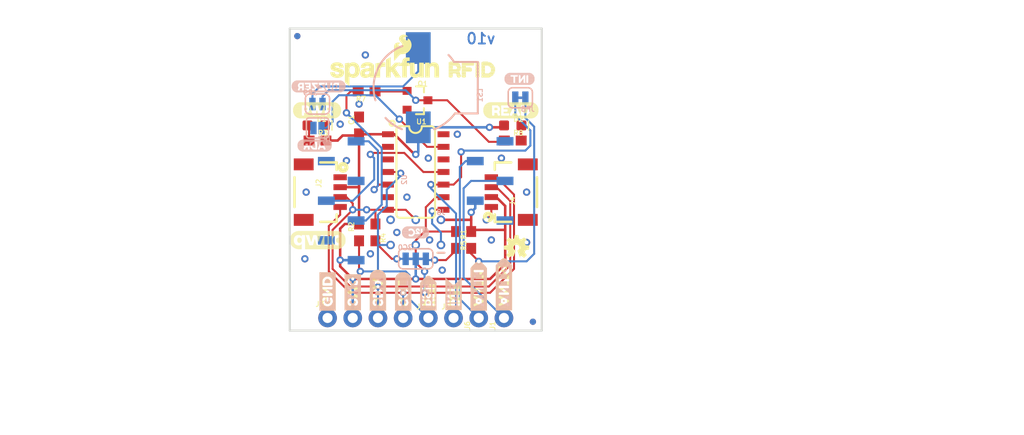
<source format=kicad_pcb>
(kicad_pcb (version 20211014) (generator pcbnew)
  (layers (0 "F.Cu" signal) (31 "B.Cu" signal) (34 "B.Paste" user) (35 "F.Paste" user) (36 "B.SilkS" user "B.Silkscreen") (37 "F.SilkS" user "F.Silkscreen") (38 "B.Mask" user) (39 "F.Mask" user) (44 "Edge.Cuts" user))
  (net 0 "")
  (net 1 "3.3V")
  (net 2 "GND")
  (net 3 "~{INT}")
  (net 4 "N$1")
  (net 5 "N$3")
  (net 6 "N$6")
  (net 7 "ANT1")
  (net 8 "ANT2")
  (net 9 "MISO")
  (net 10 "SCL/SCK")
  (net 11 "SDA/MOSI")
  (net 12 "~{RST}")
  (net 13 "N$2")
  (net 14 "N$4")
  (net 15 "DATA_UART")
  (net 16 "TAG_IN_RANGE")
  (net 17 "N$7")
  (net 18 "LED_BUZZ")
  (net 19 "N$8")
  (net 20 "N$5")
  (net 21 "N$9")
  (footprint "boardEagle:ANT10" (layer "F.Cu") (at 154.8511 118.7196 90)
    (fp_text reference "U$16" hide)
    (fp_text value "" hide)
  )
  (footprint "boardEagle:RFID0" (layer "F.Cu") (at 150.3807 93.9038)
    (fp_text reference "U$8" hide)
    (fp_text value "" hide)
  )
  (footprint "boardEagle:STAND-OFF" (layer "F.Cu") (at 158.6611 92.3036)
    (fp_text reference "JP4" hide)
    (fp_text value "STAND-OFF" hide)
    (pad "" np_thru_hole circle (at 0 0) (size 3.302 3.302) (drill 3.302) (layers *.Cu *.Mask))
  )
  (footprint "boardEagle:0603" (layer "F.Cu") (at 142.7861 99.5426 90)
    (fp_text reference "C1" (at 0 -0.762 90) (layer "F.SilkS") (effects (font (size 0.512064 0.512064) (thickness 0.097536)) (justify left)))
    (fp_text value "0.1uF")
    (pad "1" smd rect (at -0.85 0 90) (size 1.1 1) (layers "F.Cu" "F.Paste" "F.Mask") (net 1 "3.3V"))
    (pad "2" smd rect (at 0.85 0 90) (size 1.1 1) (layers "F.Cu" "F.Paste" "F.Mask") (net 2 "GND"))
  )
  (footprint "boardEagle:0603" (layer "F.Cu") (at 154.0891 111.0996 90)
    (fp_text reference "R1" (at 0 -0.762 90) (layer "F.SilkS") (effects (font (size 0.512064 0.512064) (thickness 0.097536)) (justify left)))
    (fp_text value "10k")
    (pad "1" smd rect (at -0.85 0 90) (size 1.1 1) (layers "F.Cu" "F.Paste" "F.Mask") (net 14 "N$4"))
    (pad "2" smd rect (at 0.85 0 90) (size 1.1 1) (layers "F.Cu" "F.Paste" "F.Mask") (net 1 "3.3V"))
  )
  (footprint "boardEagle:SO14" (layer "F.Cu") (at 148.5011 103.6066 -90)
    (fp_text reference "U1" (at -4.445 0) (layer "F.SilkS") (effects (font (size 0.512064 0.512064) (thickness 0.097536)) (justify left)))
    (fp_text value "ATTINY84-ARDUINO")
    (pad "1" smd rect (at -3.175 2.8 270) (size 0.6 1.2) (layers "F.Cu" "F.Paste" "F.Mask") (net 1 "3.3V"))
    (pad "2" smd rect (at -1.905 2.8 270) (size 0.6 1.2) (layers "F.Cu" "F.Paste" "F.Mask"))
    (pad "3" smd rect (at -0.635 2.8 270) (size 0.6 1.2) (layers "F.Cu" "F.Paste" "F.Mask"))
    (pad "4" smd rect (at 0.635 2.8 270) (size 0.6 1.2) (layers "F.Cu" "F.Paste" "F.Mask") (net 12 "~{RST}"))
    (pad "5" smd rect (at 1.905 2.8 270) (size 0.6 1.2) (layers "F.Cu" "F.Paste" "F.Mask") (net 16 "TAG_IN_RANGE"))
    (pad "6" smd rect (at 3.175 2.8 270) (size 0.6 1.2) (layers "F.Cu" "F.Paste" "F.Mask"))
    (pad "7" smd rect (at 4.445 2.8 270) (size 0.6 1.2) (layers "F.Cu" "F.Paste" "F.Mask") (net 11 "SDA/MOSI"))
    (pad "8" smd rect (at 4.445 -2.8 270) (size 0.6 1.2) (layers "F.Cu" "F.Paste" "F.Mask") (net 9 "MISO"))
    (pad "9" smd rect (at 3.175 -2.8 270) (size 0.6 1.2) (layers "F.Cu" "F.Paste" "F.Mask") (net 10 "SCL/SCK"))
    (pad "10" smd rect (at 1.905 -2.8 270) (size 0.6 1.2) (layers "F.Cu" "F.Paste" "F.Mask") (net 3 "~{INT}"))
    (pad "11" smd rect (at 0.635 -2.8 270) (size 0.6 1.2) (layers "F.Cu" "F.Paste" "F.Mask") (net 15 "DATA_UART"))
    (pad "12" smd rect (at -0.635 -2.8 270) (size 0.6 1.2) (layers "F.Cu" "F.Paste" "F.Mask"))
    (pad "13" smd rect (at -1.905 -2.8 270) (size 0.6 1.2) (layers "F.Cu" "F.Paste" "F.Mask") (net 6 "N$6"))
    (pad "14" smd rect (at -3.175 -2.8 270) (size 0.6 1.2) (layers "F.Cu" "F.Paste" "F.Mask") (net 2 "GND"))
  )
  (footprint "boardEagle:1X01_NO_SILK" (layer "F.Cu") (at 149.7711 118.9736)
    (fp_text reference "J7" (at -1.27 -1.143) (layer "F.SilkS") (effects (font (size 0.512064 0.512064) (thickness 0.097536)) (justify left)))
    (fp_text value "")
    (pad "1" thru_hole circle (at 0 0 90) (size 1.8796 1.8796) (drill 1.016) (layers *.Cu *.Mask) (net 12 "~{RST}"))
  )
  (footprint "boardEagle:GND-04" (layer "F.Cu") (at 139.6111 118.7196 90)
    (fp_text reference "U$9" hide)
    (fp_text value "" hide)
  )
  (footprint "boardEagle:1X01_NO_SILK" (layer "F.Cu") (at 157.3911 118.9736 90)
    (fp_text reference "J1" (at -1.27 -1.143 90) (layer "F.SilkS") (effects (font (size 0.512064 0.512064) (thickness 0.097536)) (justify left)))
    (fp_text value "")
    (pad "1" thru_hole circle (at 0 0 180) (size 1.8796 1.8796) (drill 1.016) (layers *.Cu *.Mask) (net 7 "ANT1"))
  )
  (footprint "boardEagle:1X04_1MM_RA" (layer "F.Cu") (at 140.8811 106.2736 -90)
    (fp_text reference "J2" (at -1.397 2.159 90) (layer "F.SilkS") (effects (font (size 0.512064 0.512064) (thickness 0.097536)) (justify right)))
    (fp_text value "")
    (pad "1" smd rect (at -1.5 0 270) (size 0.6 1.35) (layers "F.Cu" "F.Paste" "F.Mask") (net 2 "GND"))
    (pad "2" smd rect (at -0.5 0 270) (size 0.6 1.35) (layers "F.Cu" "F.Paste" "F.Mask") (net 1 "3.3V"))
    (pad "3" smd rect (at 0.5 0 270) (size 0.6 1.35) (layers "F.Cu" "F.Paste" "F.Mask") (net 11 "SDA/MOSI"))
    (pad "4" smd rect (at 1.5 0 270) (size 0.6 1.35) (layers "F.Cu" "F.Paste" "F.Mask") (net 10 "SCL/SCK"))
    (pad "NC1" smd rect (at 2.8 3.675 270) (size 1.2 2) (layers "F.Cu" "F.Paste" "F.Mask"))
    (pad "NC2" smd rect (at -2.8 3.675 270) (size 1.2 2) (layers "F.Cu" "F.Paste" "F.Mask"))
  )
  (footprint "boardEagle:QWIIC_COPYRIGHT_SMALL" (layer "F.Cu") (at 138.5951 111.0996)
    (fp_text reference "U$1" hide)
    (fp_text value "" hide)
  )
  (footprint "boardEagle:0603" (layer "F.Cu") (at 143.5481 96.1136 180)
    (fp_text reference "R7" (at 0 -0.762) (layer "F.SilkS") (effects (font (size 0.512064 0.512064) (thickness 0.097536)) (justify right)))
    (fp_text value "1k")
    (pad "1" smd rect (at -0.85 0 180) (size 1.1 1) (layers "F.Cu" "F.Paste" "F.Mask") (net 17 "N$7"))
    (pad "2" smd rect (at 0.85 0 180) (size 1.1 1) (layers "F.Cu" "F.Paste" "F.Mask") (net 18 "LED_BUZZ"))
  )
  (footprint "boardEagle:1X04_1MM_RA" (layer "F.Cu") (at 156.1211 106.2736 90)
    (fp_text reference "J4" (at -1.397 2.159 90) (layer "F.SilkS") (effects (font (size 0.512064 0.512064) (thickness 0.097536)) (justify left)))
    (fp_text value "")
    (pad "1" smd rect (at -1.5 0 90) (size 0.6 1.35) (layers "F.Cu" "F.Paste" "F.Mask") (net 2 "GND"))
    (pad "2" smd rect (at -0.5 0 90) (size 0.6 1.35) (layers "F.Cu" "F.Paste" "F.Mask") (net 1 "3.3V"))
    (pad "3" smd rect (at 0.5 0 90) (size 0.6 1.35) (layers "F.Cu" "F.Paste" "F.Mask") (net 11 "SDA/MOSI"))
    (pad "4" smd rect (at 1.5 0 90) (size 0.6 1.35) (layers "F.Cu" "F.Paste" "F.Mask") (net 10 "SCL/SCK"))
    (pad "NC1" smd rect (at 2.8 3.675 90) (size 1.2 2) (layers "F.Cu" "F.Paste" "F.Mask"))
    (pad "NC2" smd rect (at -2.8 3.675 90) (size 1.2 2) (layers "F.Cu" "F.Paste" "F.Mask"))
  )
  (footprint "boardEagle:ANT20" (layer "F.Cu") (at 157.3911 118.7196 90)
    (fp_text reference "U$17" hide)
    (fp_text value "" hide)
  )
  (footprint "boardEagle:0603" (layer "F.Cu") (at 144.4371 110.3376 -90)
    (fp_text reference "R4" (at 0 -0.762 90) (layer "F.SilkS") (effects (font (size 0.512064 0.512064) (thickness 0.097536)) (justify right)))
    (fp_text value "2.2k")
    (pad "1" smd rect (at -0.85 0 270) (size 1.1 1) (layers "F.Cu" "F.Paste" "F.Mask") (net 11 "SDA/MOSI"))
    (pad "2" smd rect (at 0.85 0 270) (size 1.1 1) (layers "F.Cu" "F.Paste" "F.Mask") (net 13 "N$2"))
  )
  (footprint "boardEagle:MICRO-FIDUCIAL" (layer "F.Cu") (at 160.3121 119.3546)
    (fp_text reference "JP2" hide)
    (fp_text value "FIDUCIALUFIDUCIAL" hide)
    (pad "1" smd roundrect (at 0 0) (size 0.635 0.635) (layers "F.Cu" "F.Mask") (roundrect_rratio 0.5))
  )
  (footprint "boardEagle:0603" (layer "F.Cu") (at 142.7861 110.3376 90)
    (fp_text reference "R2" (at 0 -0.762 90) (layer "F.SilkS") (effects (font (size 0.512064 0.512064) (thickness 0.097536)) (justify left)))
    (fp_text value "10k")
    (pad "1" smd rect (at -0.85 0 90) (size 1.1 1) (layers "F.Cu" "F.Paste" "F.Mask") (net 12 "~{RST}"))
    (pad "2" smd rect (at 0.85 0 90) (size 1.1 1) (layers "F.Cu" "F.Paste" "F.Mask") (net 1 "3.3V"))
  )
  (footprint "boardEagle:1X04_NO_SILK" (layer "F.Cu") (at 139.6111 118.9736)
    (fp_text reference "J3" (at -1.27 -1.397) (layer "F.SilkS") (effects (font (size 0.512064 0.512064) (thickness 0.097536)) (justify left)))
    (fp_text value "PTH")
    (pad "1" thru_hole circle (at 0 0 90) (size 1.8796 1.8796) (drill 1.016) (layers *.Cu *.Mask) (net 2 "GND"))
    (pad "2" thru_hole circle (at 2.54 0 90) (size 1.8796 1.8796) (drill 1.016) (layers *.Cu *.Mask) (net 1 "3.3V"))
    (pad "3" thru_hole circle (at 5.08 0 90) (size 1.8796 1.8796) (drill 1.016) (layers *.Cu *.Mask) (net 11 "SDA/MOSI"))
    (pad "4" thru_hole circle (at 7.62 0 90) (size 1.8796 1.8796) (drill 1.016) (layers *.Cu *.Mask) (net 10 "SCL/SCK"))
  )
  (footprint "boardEagle:STAND-OFF" (layer "F.Cu") (at 138.3411 92.3036)
    (fp_text reference "JP3" hide)
    (fp_text value "STAND-OFF" hide)
    (pad "" np_thru_hole circle (at 0 0) (size 3.302 3.302) (drill 3.302) (layers *.Cu *.Mask))
  )
  (footprint "boardEagle:CREATIVE_COMMONS" (layer "F.Cu") (at 126.9111 130.4036)
    (fp_text reference "FRAME1" hide)
    (fp_text value "FRAME-LETTER" hide)
  )
  (footprint "boardEagle:MICRO-FIDUCIAL" (layer "F.Cu") (at 136.5631 90.5256)
    (fp_text reference "JP6" hide)
    (fp_text value "FIDUCIALUFIDUCIAL" hide)
    (pad "1" smd roundrect (at 0 0) (size 0.635 0.635) (layers "F.Cu" "F.Mask") (roundrect_rratio 0.5))
  )
  (footprint "boardEagle:1X01_NO_SILK" (layer "F.Cu") (at 152.3111 118.9736)
    (fp_text reference "J5" (at -1.27 -1.143) (layer "F.SilkS") (effects (font (size 0.512064 0.512064) (thickness 0.097536)) (justify left)))
    (fp_text value "")
    (pad "1" thru_hole circle (at 0 0 90) (size 1.8796 1.8796) (drill 1.016) (layers *.Cu *.Mask) (net 3 "~{INT}"))
  )
  (footprint "boardEagle:OSHW-LOGO-MINI" (layer "F.Cu") (at 158.6611 111.8616)
    (fp_text reference "LOGO1" hide)
    (fp_text value "OSHW-LOGOMINI" hide)
  )
  (footprint "boardEagle:LED-0603" (layer "F.Cu") (at 138.4681 99.5426)
    (fp_text reference "D1" (at 0 -0.635) (layer "F.SilkS") (effects (font (size 0.512064 0.512064) (thickness 0.097536)) (justify left)))
    (fp_text value "RED")
    (pad "A" smd roundrect (at -0.877 0 270) (size 1 1) (layers "F.Cu" "F.Paste" "F.Mask") (roundrect_rratio 0.15) (net 5 "N$3"))
    (pad "C" smd roundrect (at 0.877 0 270) (size 1 1) (layers "F.Cu" "F.Paste" "F.Mask") (roundrect_rratio 0.15) (net 2 "GND"))
  )
  (footprint "boardEagle:0603" (layer "F.Cu") (at 152.5651 111.0996 -90)
    (fp_text reference "R5" (at 0 -0.762 90) (layer "F.SilkS") (effects (font (size 0.512064 0.512064) (thickness 0.097536)) (justify right)))
    (fp_text value "2.2k")
    (pad "1" smd rect (at -0.85 0 270) (size 1.1 1) (layers "F.Cu" "F.Paste" "F.Mask") (net 10 "SCL/SCK"))
    (pad "2" smd rect (at 0.85 0 270) (size 1.1 1) (layers "F.Cu" "F.Paste" "F.Mask") (net 4 "N$1"))
  )
  (footprint "boardEagle:SOT23-3" (layer "F.Cu") (at 148.6281 97.0026 -90)
    (fp_text reference "Q1" (at -1.651 0) (layer "F.SilkS") (effects (font (size 0.512064 0.512064) (thickness 0.097536)) (justify left)))
    (fp_text value "600mA/40V")
    (pad "1" smd rect (at -0.95 1 270) (size 0.8 0.9) (layers "F.Cu" "F.Paste" "F.Mask") (net 17 "N$7"))
    (pad "2" smd rect (at 0.95 1 270) (size 0.8 0.9) (layers "F.Cu" "F.Paste" "F.Mask") (net 2 "GND"))
    (pad "3" smd rect (at 0 -1.1 270) (size 0.8 0.9) (layers "F.Cu" "F.Paste" "F.Mask") (net 19 "N$8"))
  )
  (footprint "boardEagle:LED-0603" (layer "F.Cu") (at 158.2801 99.5426)
    (fp_text reference "D2" (at 0 -0.635) (layer "F.SilkS") (effects (font (size 0.512064 0.512064) (thickness 0.097536)) (justify left)))
    (fp_text value "BLUE")
    (pad "A" smd roundrect (at -0.877 0 270) (size 1 1) (layers "F.Cu" "F.Paste" "F.Mask") (roundrect_rratio 0.15) (net 1 "3.3V"))
    (pad "C" smd roundrect (at 0.877 0 270) (size 1 1) (layers "F.Cu" "F.Paste" "F.Mask") (roundrect_rratio 0.15) (net 20 "N$5"))
  )
  (footprint "boardEagle:SCL-[)" (layer "F.Cu") (at 147.2311 118.7196 90)
    (fp_text reference "U$7" hide)
    (fp_text value "" hide)
  )
  (footprint "boardEagle:1X01_NO_SILK" (layer "F.Cu") (at 154.8511 118.9736 90)
    (fp_text reference "J6" (at -1.27 -1.143 90) (layer "F.SilkS") (effects (font (size 0.512064 0.512064) (thickness 0.097536)) (justify left)))
    (fp_text value "")
    (pad "1" thru_hole circle (at 0 0 180) (size 1.8796 1.8796) (drill 1.016) (layers *.Cu *.Mask) (net 8 "ANT2"))
  )
  (footprint "boardEagle:RST#-[_" (layer "F.Cu") (at 149.7711 118.8466 90)
    (fp_text reference "U$5" hide)
    (fp_text value "" hide)
  )
  (footprint "boardEagle:0603" (layer "F.Cu") (at 138.5951 101.0666)
    (fp_text reference "R3" (at 0 -0.762) (layer "F.SilkS") (effects (font (size 0.512064 0.512064) (thickness 0.097536)) (justify left)))
    (fp_text value "1k")
    (pad "1" smd rect (at -0.85 0) (size 1.1 1) (layers "F.Cu" "F.Paste" "F.Mask") (net 5 "N$3"))
    (pad "2" smd rect (at 0.85 0) (size 1.1 1) (layers "F.Cu" "F.Paste" "F.Mask") (net 1 "3.3V"))
  )
  (footprint "boardEagle:3V3-04" (layer "F.Cu") (at 142.1511 118.7196 90)
    (fp_text reference "U$10" hide)
    (fp_text value "" hide)
  )
  (footprint "boardEagle:SFE_LOGO_NAME_FLAME_.1" (layer "F.Cu") (at 145.4531 94.0816)
    (fp_text reference "LOGO3" hide)
    (fp_text value "SFE_LOGO_NAME_FLAME.1_INCH" hide)
  )
  (footprint "boardEagle:PWR-()-04" (layer "F.Cu") (at 136.0551 98.0186)
    (fp_text reference "U$4" hide)
    (fp_text value "" hide)
  )
  (footprint "boardEagle:SDA-[)" (layer "F.Cu") (at 144.6911 118.7196 90)
    (fp_text reference "U$6" hide)
    (fp_text value "" hide)
  )
  (footprint "boardEagle:INT#-[_" (layer "F.Cu") (at 152.3111 118.8466 90)
    (fp_text reference "U$11" hide)
    (fp_text value "" hide)
  )
  (footprint "boardEagle:0603" (layer "F.Cu") (at 158.2801 101.0666)
    (fp_text reference "R8" (at 0 -0.762) (layer "F.SilkS") (effects (font (size 0.512064 0.512064) (thickness 0.097536)) (justify left)))
    (fp_text value "1k")
    (pad "1" smd rect (at -0.85 0) (size 1.1 1) (layers "F.Cu" "F.Paste" "F.Mask") (net 19 "N$8"))
    (pad "2" smd rect (at 0.85 0) (size 1.1 1) (layers "F.Cu" "F.Paste" "F.Mask") (net 20 "N$5"))
  )
  (footprint "boardEagle:READ0" (layer "F.Cu") (at 155.2321 98.0186)
    (fp_text reference "U$18" hide)
    (fp_text value "" hide)
  )
  (footprint "boardEagle:MICRO-FIDUCIAL" (layer "B.Cu") (at 160.3121 119.3546 180)
    (fp_text reference "JP5" hide)
    (fp_text value "FIDUCIALUFIDUCIAL" hide)
    (pad "1" smd roundrect (at 0 0 180) (size 0.635 0.635) (layers "B.Cu" "B.Mask") (roundrect_rratio 0.5))
  )
  (footprint "boardEagle:MICRO-FIDUCIAL" (layer "B.Cu") (at 136.5631 90.5256 180)
    (fp_text reference "JP1" hide)
    (fp_text value "FIDUCIALUFIDUCIAL" hide)
    (pad "1" smd roundrect (at 0 0 180) (size 0.635 0.635) (layers "B.Cu" "B.Mask") (roundrect_rratio 0.5))
  )
  (footprint "boardEagle:SCL-[)" (layer "B.Cu") (at 147.2311 118.7196 90)
    (fp_text reference "U$22" hide)
    (fp_text value "" hide)
  )
  (footprint "boardEagle:2X3_TEST_POINTS" (layer "B.Cu") (at 148.5011 110.3376 180)
    (fp_text reference "J8" (at -3.048 2.032) (layer "B.SilkS") (effects (font (size 0.512064 0.512064) (thickness 0.097536)) (justify left mirror)))
    (fp_text value "AVR_SPI_PROG_3X2TESTPOINTS")
    (pad "1" thru_hole circle (at -2.54 -1.27 180) (size 0.8636 0.8636) (drill 0.508) (layers *.Cu) (net 9 "MISO"))
    (pad "2" thru_hole circle (at -2.54 1.27 180) (size 0.8636 0.8636) (drill 0.508) (layers *.Cu) (net 1 "3.3V"))
    (pad "3" thru_hole circle (at 0 -1.27 180) (size 0.8636 0.8636) (drill 0.508) (layers *.Cu) (net 10 "SCL/SCK"))
    (pad "4" thru_hole circle (at 0 1.27 180) (size 0.8636 0.8636) (drill 0.508) (layers *.Cu) (net 11 "SDA/MOSI"))
    (pad "5" thru_hole circle (at 2.54 -1.27 180) (size 0.8636 0.8636) (drill 0.508) (layers *.Cu) (net 12 "~{RST}"))
    (pad "6" thru_hole circle (at 2.54 1.27 180) (size 0.8636 0.8636) (drill 0.508) (layers *.Cu) (net 2 "GND"))
  )
  (footprint "boardEagle:BUZZER-CCV" (layer "B.Cu") (at 148.7551 95.7326 -90)
    (fp_text reference "LS1" (at 0 -6.223 -270) (layer "B.SilkS") (effects (font (size 0.512064 0.512064) (thickness 0.097536)) (justify left mirror)))
    (fp_text value "BUZZER-SMD")
    (pad "" np_thru_hole circle (at 2.25 3.9 270) (size 0.8 0.8) (drill 0.8) (layers *.Cu *.Mask))
    (pad "" np_thru_hole circle (at -3.9 -2.25 270) (size 0.8 0.8) (drill 0.8) (layers *.Cu *.Mask))
    (pad "+" smd rect (at 4 0 270) (size 3.2 2.5) (layers "B.Cu" "B.Paste" "B.Mask") (net 1 "3.3V"))
    (pad "-" smd rect (at -4 0 270) (size 3.2 2.5) (layers "B.Cu" "B.Paste" "B.Mask") (net 21 "N$9"))
  )
  (footprint "boardEagle:INT0" (layer "B.Cu") (at 160.5661 94.8436 180)
    (fp_text reference "U$13" hide)
    (fp_text value "" hide)
  )
  (footprint "boardEagle:SMT-JUMPER_2_NC_TRACE_SILK" (layer "B.Cu") (at 159.0421 96.7486)
    (fp_text reference "JP8" (at 0 1.143) (layer "B.SilkS") (effects (font (size 0.512064 0.512064) (thickness 0.097536)) (justify right mirror)))
    (fp_text value "INT")
    (fp_poly (pts (xy -0.2032 -0.127) (xy 0.2032 -0.127) (xy 0.2032 0.127) (xy -0.2032 0.127)) (layer "B.Cu") (width 0) (fill solid))
    (pad "1" smd rect (at -0.508 0) (size 0.635 1.27) (layers "B.Cu" "B.Mask") (net 3 "~{INT}"))
    (pad "2" smd rect (at 0.508 0) (size 0.635 1.27) (layers "B.Cu" "B.Mask") (net 14 "N$4"))
  )
  (footprint "boardEagle:SDA-[)" (layer "B.Cu") (at 144.6911 118.7196 90)
    (fp_text reference "U$23" hide)
    (fp_text value "" hide)
  )
  (footprint "boardEagle:ADR0" (layer "B.Cu") (at 140.1191 101.5746 180)
    (fp_text reference "U$12" hide)
    (fp_text value "" hide)
  )
  (footprint "boardEagle:BUZZER0" (layer "B.Cu") (at 141.5161 95.6056 180)
    (fp_text reference "U$15" hide)
    (fp_text value "" hide)
  )
  (footprint "boardEagle:ANT10" (layer "B.Cu") (at 154.8511 118.7196 90)
    (fp_text reference "U$20" hide)
    (fp_text value "" hide)
  )
  (footprint "boardEagle:I_SUPER2_C-()-03" (layer "B.Cu") (at 149.8981 110.3376 180)
    (fp_text reference "U$2" hide)
    (fp_text value "" hide)
  )
  (footprint "boardEagle:SMT-JUMPER_2_NC_TRACE_SILK" (layer "B.Cu") (at 138.5951 97.3836 180)
    (fp_text reference "JP9" (at 0 1.143) (layer "B.SilkS") (effects (font (size 0.512064 0.512064) (thickness 0.097536)) (justify left mirror)))
    (fp_text value "BUZZ")
    (fp_poly (pts (xy -0.2032 -0.127) (xy 0.2032 -0.127) (xy 0.2032 0.127) (xy -0.2032 0.127)) (layer "B.Cu") (width 0) (fill solid))
    (pad "1" smd rect (at -0.508 0 180) (size 0.635 1.27) (layers "B.Cu" "B.Mask") (net 19 "N$8"))
    (pad "2" smd rect (at 0.508 0 180) (size 0.635 1.27) (layers "B.Cu" "B.Mask") (net 21 "N$9"))
  )
  (footprint "boardEagle:ID-12_SMD" (layer "B.Cu") (at 148.5011 106.1466 -90)
    (fp_text reference "U2" (at -0.555 1.1614 -270) (layer "B.SilkS") (effects (font (size 0.512064 0.512064) (thickness 0.097536)) (justify right mirror)))
    (fp_text value "ID-12/20SMD")
    (pad "1" smd rect (at 2.9934 -8.9982 270) (size 0.85 1.7) (layers "B.Cu" "B.Paste" "B.Mask") (net 2 "GND"))
    (pad "2" smd rect (at 0.9934 -5.9982 270) (size 0.85 1.7) (layers "B.Cu" "B.Paste" "B.Mask") (net 1 "3.3V"))
    (pad "3" smd rect (at -1.0066 -8.9982 270) (size 0.85 1.7) (layers "B.Cu" "B.Paste" "B.Mask") (net 7 "ANT1"))
    (pad "4" smd rect (at -3.0066 -5.9982 270) (size 0.85 1.7) (layers "B.Cu" "B.Paste" "B.Mask") (net 8 "ANT2"))
    (pad "5" smd rect (at -5.0066 -8.9982 270) (size 0.85 1.7) (layers "B.Cu" "B.Paste" "B.Mask"))
    (pad "6" smd rect (at -5.0066 6.0132 270) (size 0.85 1.7) (layers "B.Cu" "B.Paste" "B.Mask") (net 16 "TAG_IN_RANGE"))
    (pad "7" smd rect (at -3.0066 9.0132 270) (size 0.85 1.7) (layers "B.Cu" "B.Paste" "B.Mask") (net 2 "GND"))
    (pad "8" smd rect (at -1.0066 6.0132 270) (size 0.85 1.7) (layers "B.Cu" "B.Paste" "B.Mask"))
    (pad "9" smd rect (at 0.9934 9.0132 270) (size 0.85 1.7) (layers "B.Cu" "B.Paste" "B.Mask") (net 15 "DATA_UART"))
    (pad "10" smd rect (at 2.9934 6.0132 270) (size 0.85 1.7) (layers "B.Cu" "B.Paste" "B.Mask") (net 18 "LED_BUZZ"))
    (pad "11" smd rect (at 6.9934 6.0132 270) (size 0.85 1.7) (layers "B.Cu" "B.Paste" "B.Mask") (net 1 "3.3V"))
    (pad "NC" smd rect (at 4.9934 9.0132 270) (size 0.85 1.7) (layers "B.Cu" "B.Paste" "B.Mask"))
  )
  (footprint "boardEagle:GND-04" (layer "B.Cu") (at 139.6111 118.7196 90)
    (fp_text reference "U$25" hide)
    (fp_text value "" hide)
  )
  (footprint "boardEagle:3V3-04" (layer "B.Cu") (at 142.1511 118.7196 90)
    (fp_text reference "U$24" hide)
    (fp_text value "" hide)
  )
  (footprint "boardEagle:INT#-[_" (layer "B.Cu") (at 152.3111 118.8466 90)
    (fp_text reference "U$21" hide)
    (fp_text value "" hide)
  )
  (footprint "boardEagle:SMT-JUMPER_2_NO_SILK" (layer "B.Cu") (at 138.5951 99.7966)
    (fp_text reference "JP7" (at 0 1.143) (layer "B.SilkS") (effects (font (size 0.512064 0.512064) (thickness 0.097536)) (justify right mirror)))
    (fp_text value "ADR")
    (pad "1" smd rect (at -0.4064 0) (size 0.635 1.27) (layers "B.Cu" "B.Mask") (net 2 "GND"))
    (pad "2" smd rect (at 0.4064 0) (size 0.635 1.27) (layers "B.Cu" "B.Mask") (net 6 "N$6"))
  )
  (footprint "boardEagle:RST#-[_" (layer "B.Cu") (at 149.7711 118.8466 90)
    (fp_text reference "U$26" hide)
    (fp_text value "" hide)
  )
  (footprint "boardEagle:ANT20" (layer "B.Cu") (at 157.3911 118.7196 90)
    (fp_text reference "U$3" hide)
    (fp_text value "" hide)
  )
  (footprint "boardEagle:SMT-JUMPER_3_2-NC_TRACE_SILK" (layer "B.Cu") (at 148.5011 113.0046 180)
    (fp_text reference "I2C0" (at 0 1.143) (layer "B.SilkS") (effects (font (size 0.512064 0.512064) (thickness 0.097536)) (justify left mirror)))
    (fp_text value "")
    (fp_poly (pts (xy -0.7112 -0.127) (xy -0.3048 -0.127) (xy -0.3048 0.127) (xy -0.7112 0.127)) (layer "B.Cu") (width 0) (fill solid))
    (fp_poly (pts (xy 0.3048 -0.127) (xy 0.7112 -0.127) (xy 0.7112 0.127) (xy 0.3048 0.127)) (layer "B.Cu") (width 0) (fill solid))
    (pad "1" smd rect (at -1.016 0 180) (size 0.635 1.27) (layers "B.Cu" "B.Mask") (net 4 "N$1"))
    (pad "2" smd rect (at 0 0 180) (size 0.635 1.27) (layers "B.Cu" "B.Mask") (net 1 "3.3V"))
    (pad "3" smd rect (at 1.016 0 180) (size 0.635 1.27) (layers "B.Cu" "B.Mask") (net 13 "N$2"))
  )
  (gr_line (start 161.2011 120.2436) (end 135.8011 120.2436) (layer "Edge.Cuts") (width 0.2032))
  (gr_line (start 161.2011 89.7636) (end 161.2011 120.2436) (layer "Edge.Cuts") (width 0.2032))
  (gr_line (start 135.8011 120.2436) (end 135.8011 89.7636) (layer "Edge.Cuts") (width 0.2032))
  (gr_line (start 135.8011 89.7636) (end 161.2011 89.7636) (layer "Edge.Cuts") (width 0.2032))
  (gr_text "v10" (at 156.6291 91.4146) (layer "B.Cu") (effects (font (size 1.0795 1.0795) (thickness 0.1905)) (justify left bottom mirror)))
  (segment (start 140.8811 113.1316) (end 140.8811 113.7666) (width 0.254) (layer "F.Cu") (net 1))
  (segment (start 154.0891 109.0676) (end 154.0891 108.3056) (width 0.254) (layer "F.Cu") (net 1))
  (segment (start 148.5011 102.4636) (end 148.3741 102.4636) (width 0.254) (layer "F.Cu") (net 1))
  (segment (start 155.9311 99.7326) (end 157.2131 99.7326) (width 0.254) (layer "F.Cu") (net 1))
  (segment (start 141.3501 109.4876) (end 142.7861 109.4876) (width 0.254) (layer "F.Cu") (net 1))
  (segment (start 142.7861 105.7656) (end 142.7861 109.4876) (width 0.254) (layer "F.Cu") (net 1))
  (segment (start 142.7861 100.5586) (end 142.7861 105.7656) (width 0.254) (layer "F.Cu") (net 1))
  (segment (start 140.8811 113.1316) (end 140.8811 109.9566) (width 0.254) (layer "F.Cu") (net 1))
  (segment (start 142.8251 100.4316) (end 142.7861 100.3926) (width 0.254) (layer "F.Cu") (net 1))
  (segment (start 140.8811 105.7736) (end 142.7781 105.7736) (width 0.254) (layer "F.Cu") (net 1))
  (segment (start 148.3741 102.4636) (end 146.3421 100.4316) (width 0.254) (layer "F.Cu") (net 1))
  (segment (start 151.0411 109.0676) (end 154.0891 109.0676) (width 0.254) (layer "F.Cu") (net 1))
  (segment (start 157.2131 99.7326) (end 157.4031 99.5426) (width 0.254) (layer "F.Cu") (net 1))
  (segment (start 140.6271 101.0666) (end 141.1351 100.5586) (width 0.254) (layer "F.Cu") (net 1))
  (segment (start 142.7781 105.7736) (end 142.7861 105.7656) (width 0.254) (layer "F.Cu") (net 1))
  (segment (start 157.5181 110.0836) (end 157.5181 107.6706) (width 0.254) (layer "F.Cu") (net 1))
  (segment (start 148.5011 115.0366) (end 155.9941 115.0366) (width 0.254) (layer "F.Cu") (net 1))
  (segment (start 156.1211 106.7736) (end 156.6211 106.7736) (width 0.254) (layer "F.Cu") (net 1))
  (segment (start 146.3421 100.4316) (end 145.7011 100.4316) (width 0.254) (layer "F.Cu") (net 1))
  (segment (start 145.7011 100.4316) (end 142.8251 100.4316) (width 0.254) (layer "F.Cu") (net 1))
  (segment (start 141.1351 100.5586) (end 142.7861 100.5586) (width 0.254) (layer "F.Cu") (net 1))
  (segment (start 154.2551 110.0836) (end 157.5181 110.0836) (width 0.254) (layer "F.Cu") (net 1))
  (segment (start 148.5011 115.0366) (end 142.1511 115.0366) (width 0.254) (layer "F.Cu") (net 1))
  (segment (start 140.8811 109.9566) (end 141.3501 109.4876) (width 0.254) (layer "F.Cu") (net 1))
  (segment (start 154.0891 110.2496) (end 154.2551 110.0836) (width 0.254) (layer "F.Cu") (net 1))
  (segment (start 154.0891 110.2496) (end 154.0891 109.0676) (width 0.254) (layer "F.Cu") (net 1))
  (segment (start 157.5181 113.5126) (end 157.5181 110.0836) (width 0.254) (layer "F.Cu") (net 1))
  (segment (start 140.8811 113.7666) (end 142.1511 115.0366) (width 0.254) (layer "F.Cu") (net 1))
  (segment (start 142.7861 100.3926) (end 142.7861 100.5586) (width 0.254) (layer "F.Cu") (net 1))
  (segment (start 155.9941 115.0366) (end 157.5181 113.5126) (width 0.254) (layer "F.Cu") (net 1))
  (segment (start 156.6211 106.7736) (end 157.5181 107.6706) (width 0.254) (layer "F.Cu") (net 1))
  (segment (start 139.4451 101.0666) (end 140.6271 101.0666) (width 0.254) (layer "F.Cu") (net 1))
  (via (at 155.9311 99.7326) (size 0.7366) (drill 0.381) (layers "F.Cu" "B.Cu") (net 1))
  (via (at 148.5011 102.4636) (size 0.7366) (drill 0.381) (layers "F.Cu" "B.Cu") (net 1))
  (via (at 154.0891 108.3056) (size 0.7366) (drill 0.381) (layers "F.Cu" "B.Cu") (net 1))
  (via (at 140.8811 113.1316) (size 0.7366) (drill 0.381) (layers "F.Cu" "B.Cu") (net 1))
  (via (at 142.1511 115.0366) (size 0.6604) (drill 0.3048) (layers "F.Cu" "B.Cu") (net 1))
  (via (at 148.5011 115.0366) (size 0.7366) (drill 0.381) (layers "F.Cu" "B.Cu") (net 1))
  (segment (start 148.7551 102.2096) (end 148.5011 102.4636) (width 0.254) (layer "B.Cu") (net 1))
  (segment (start 140.8895 113.14) (end 140.8811 113.1316) (width 0.254) (layer "B.Cu") (net 1))
  (segment (start 148.7551 99.7326) (end 148.7551 102.2096) (width 0.254) (layer "B.Cu") (net 1))
  (segment (start 148.5011 115.0366) (end 148.5011 113.0046) (width 0.254) (layer "B.Cu") (net 1))
  (segment (start 142.1511 118.9736) (end 142.1511 115.0366) (width 0.254) (layer "B.Cu") (net 1))
  (segment (start 148.7551 99.7326) (end 155.9311 99.7326) (width 0.254) (layer "B.Cu") (net 1))
  (segment (start 142.4879 113.14) (end 140.8895 113.14) (width 0.254) (layer "B.Cu") (net 1))
  (segment (start 154.0891 108.3056) (end 154.4993 107.8954) (width 0.254) (layer "B.Cu") (net 1))
  (segment (start 154.4993 107.8954) (end 154.4993 107.14) (width 0.254) (layer "B.Cu") (net 1))
  (segment (start 156.1211 108.5596) (end 155.6131 109.0676) (width 0.2032) (layer "F.Cu") (net 2))
  (segment (start 156.1211 107.7736) (end 156.1211 108.5596) (width 0.2032) (layer "F.Cu") (net 2))
  (via (at 152.6921 100.4316) (size 0.7366) (drill 0.381) (layers "F.Cu" "B.Cu") (net 2))
  (via (at 141.5161 103.0986) (size 0.7366) (drill 0.381) (layers "F.Cu" "B.Cu") (net 2))
  (via (at 149.8981 111.0996) (size 0.7366) (drill 0.381) (layers "F.Cu" "B.Cu") (net 2))
  (via (at 147.6121 106.7816) (size 0.7366) (drill 0.381) (layers "F.Cu" "B.Cu") (net 2))
  (via (at 143.9291 112.4966) (size 0.7366) (drill 0.381) (layers "F.Cu" "B.Cu") (net 2))
  (via (at 157.1371 102.8446) (size 0.7366) (drill 0.381) (layers "F.Cu" "B.Cu") (net 2))
  (via (at 159.6771 111.3536) (size 0.7366) (drill 0.381) (layers "F.Cu" "B.Cu") (net 2))
  (via (at 156.1211 111.0996) (size 0.7366) (drill 0.381) (layers "F.Cu" "B.Cu") (net 2))
  (via (at 137.3251 113.0046) (size 0.7366) (drill 0.381) (layers "F.Cu" "B.Cu") (net 2))
  (via (at 146.5961 110.3376) (size 0.7366) (drill 0.381) (layers "F.Cu" "B.Cu") (net 2))
  (via (at 151.1681 114.1476) (size 0.7366) (drill 0.381) (layers "F.Cu" "B.Cu") (net 2))
  (via (at 149.7711 102.8446) (size 0.7366) (drill 0.381) (layers "F.Cu" "B.Cu") (net 2))
  (via (at 137.4521 106.2736) (size 0.7366) (drill 0.381) (layers "F.Cu" "B.Cu") (net 2))
  (via (at 155.6131 109.0676) (size 0.7366) (drill 0.381) (layers "F.Cu" "B.Cu") (net 2))
  (via (at 159.6771 106.2736) (size 0.7366) (drill 0.381) (layers "F.Cu" "B.Cu") (net 2))
  (via (at 143.4211 92.4306) (size 0.7366) (drill 0.381) (layers "F.Cu" "B.Cu") (net 2))
  (via (at 142.7861 97.3836) (size 0.7366) (drill 0.381) (layers "F.Cu" "B.Cu") (net 2))
  (via (at 140.8811 99.4156) (size 0.7366) (drill 0.381) (layers "F.Cu" "B.Cu") (net 2))
  (segment (start 153.0731 102.2096) (end 153.0731 104.7556) (width 0.2032) (layer "F.Cu") (net 3))
  (segment (start 153.0731 104.7556) (end 152.3171 105.5116) (width 0.2032) (layer "F.Cu") (net 3))
  (segment (start 151.3011 105.5116) (end 152.3171 105.5116) (width 0.2032) (layer "F.Cu") (net 3))
  (segment (start 150.0251 105.5116) (end 151.3011 105.5116) (width 0.2032) (layer "F.Cu") (net 3))
  (via (at 150.0251 105.5116) (size 0.7366) (drill 0.381) (layers "F.Cu" "B.Cu") (net 3))
  (via (at 153.0731 102.2096) (size 0.7366) (drill 0.381) (layers "F.Cu" "B.Cu") (net 3))
  (segment (start 152.5651 118.2116) (end 152.5651 108.4326) (width 0.2032) (layer "B.Cu") (net 3))
  (segment (start 160.0581 101.5746) (end 159.5501 102.0826) (width 0.2032) (layer "B.Cu") (net 3))
  (segment (start 158.5341 98.5266) (end 160.0581 100.0506) (width 0.2032) (layer "B.Cu") (net 3))
  (segment (start 158.5341 96.7486) (end 158.5341 98.5266) (width 0.2032) (layer "B.Cu") (net 3))
  (segment (start 152.5651 108.4326) (end 150.0251 105.8926) (width 0.2032) (layer "B.Cu") (net 3))
  (segment (start 150.0251 105.8926) (end 150.0251 105.5116) (width 0.2032) (layer "B.Cu") (net 3))
  (segment (start 152.5651 118.2116) (end 152.3111 118.4656) (width 0.2032) (layer "B.Cu") (net 3))
  (segment (start 152.3111 118.9736) (end 152.3111 118.4656) (width 0.2032) (layer "B.Cu") (net 3))
  (segment (start 159.5501 102.0826) (end 153.2001 102.0826) (width 0.2032) (layer "B.Cu") (net 3))
  (segment (start 160.0581 100.0506) (end 160.0581 101.5746) (width 0.2032) (layer "B.Cu") (net 3))
  (segment (start 153.2001 102.0826) (end 153.0731 102.2096) (width 0.2032) (layer "B.Cu") (net 3))
  (segment (start 152.5651 112.1156) (end 151.5491 113.1316) (width 0.2032) (layer "F.Cu") (net 4))
  (segment (start 151.5491 113.1316) (end 150.4061 113.1316) (width 0.2032) (layer "F.Cu") (net 4))
  (segment (start 152.5651 111.9496) (end 152.5651 112.1156) (width 0.2032) (layer "F.Cu") (net 4))
  (via (at 150.4061 113.1316) (size 0.7366) (drill 0.381) (layers "F.Cu" "B.Cu") (net 4))
  (segment (start 149.5171 113.0046) (end 149.6441 113.1316) (width 0.2032) (layer "B.Cu") (net 4))
  (segment (start 150.4061 113.1316) (end 149.6441 113.1316) (width 0.2032) (layer "B.Cu") (net 4))
  (segment (start 137.7451 99.6966) (end 137.7451 101.0666) (width 0.2032) (layer "F.Cu") (net 5))
  (segment (start 137.5911 99.5426) (end 137.7451 99.6966) (width 0.2032) (layer "F.Cu") (net 5))
  (segment (start 149.6441 101.7016) (end 146.8501 98.9076) (width 0.2032) (layer "F.Cu") (net 6))
  (segment (start 151.3011 101.7016) (end 149.6441 101.7016) (width 0.2032) (layer "F.Cu") (net 6))
  (via (at 146.8501 98.9076) (size 0.7366) (drill 0.381) (layers "F.Cu" "B.Cu") (net 6))
  (segment (start 144.4371 96.4946) (end 146.8501 98.9076) (width 0.2032) (layer "B.Cu") (net 6))
  (segment (start 139.0015 99.7966) (end 139.4841 99.7966) (width 0.2032) (layer "B.Cu") (net 6))
  (segment (start 140.1191 99.1616) (end 140.1191 97.1296) (width 0.2032) (layer "B.Cu") (net 6))
  (segment (start 140.7541 96.4946) (end 144.4371 96.4946) (width 0.2032) (layer "B.Cu") (net 6))
  (segment (start 139.4841 99.7966) (end 140.1191 99.1616) (width 0.2032) (layer "B.Cu") (net 6))
  (segment (start 140.1191 97.1296) (end 140.7541 96.4946) (width 0.2032) (layer "B.Cu") (net 6))
  (segment (start 157.4993 105.14) (end 154.0797 105.14) (width 0.2032) (layer "B.Cu") (net 7))
  (segment (start 153.3271 105.8926) (end 153.3271 114.9096) (width 0.2032) (layer "B.Cu") (net 7))
  (segment (start 157.3911 118.9736) (end 153.3271 114.9096) (width 0.2032) (layer "B.Cu") (net 7))
  (segment (start 154.0797 105.14) (end 153.3271 105.8926) (width 0.2032) (layer "B.Cu") (net 7))
  (segment (start 152.9461 103.7336) (end 152.9461 117.0686) (width 0.2032) (layer "B.Cu") (net 8))
  (segment (start 154.4993 103.14) (end 153.5397 103.14) (width 0.2032) (layer "B.Cu") (net 8))
  (segment (start 153.5397 103.14) (end 152.9461 103.7336) (width 0.2032) (layer "B.Cu") (net 8))
  (segment (start 152.9461 117.0686) (end 154.8511 118.9736) (width 0.2032) (layer "B.Cu") (net 8))
  (segment (start 150.1521 108.1786) (end 150.2791 108.0516) (width 0.2032) (layer "F.Cu") (net 9))
  (segment (start 151.3011 108.0516) (end 150.2791 108.0516) (width 0.2032) (layer "F.Cu") (net 9))
  (via (at 150.1521 108.1786) (size 0.7366) (drill 0.381) (layers "F.Cu" "B.Cu") (net 9))
  (segment (start 151.0411 110.3376) (end 150.1521 109.4486) (width 0.2032) (layer "B.Cu") (net 9))
  (segment (start 150.1521 109.4486) (end 150.1521 108.1786) (width 0.2032) (layer "B.Cu") (net 9))
  (segment (start 151.0411 111.6076) (end 151.0411 110.3376) (width 0.2032) (layer "B.Cu") (net 9))
  (segment (start 148.5011 113.3856) (end 149.3901 114.2746) (width 0.2032) (layer "F.Cu") (net 10))
  (segment (start 148.5011 111.6076) (end 148.5011 111.1386) (width 0.2032) (layer "F.Cu") (net 10))
  (segment (start 149.3901 110.2496) (end 148.5011 111.1386) (width 0.2032) (layer "F.Cu") (net 10))
  (segment (start 156.1211 104.7736) (end 156.6531 104.7736) (width 0.2032) (layer "F.Cu") (net 10))
  (segment (start 149.3901 116.4336) (end 155.9941 116.4336) (width 0.2032) (layer "F.Cu") (net 10))
  (segment (start 139.7381 109.7026) (end 140.8811 108.5596) (width 0.2032) (layer "F.Cu") (net 10))
  (segment (start 158.4071 114.0206) (end 158.4071 106.5276) (width 0.2032) (layer "F.Cu") (net 10))
  (segment (start 150.5331 106.7816) (end 149.5171 107.7976) (width 0.2032) (layer "F.Cu") (net 10))
  (segment (start 147.2311 116.4336) (end 149.3901 116.4336) (width 0.2032) (layer "F.Cu") (net 10))
  (segment (start 139.7381 109.7026) (end 139.7381 114.2746) (width 0.2032) (layer "F.Cu") (net 10))
  (segment (start 139.7381 114.2746) (end 141.8971 116.4336) (width 0.2032) (layer "F.Cu") (net 10))
  (segment (start 156.6531 104.7736) (end 158.4071 106.5276) (width 0.2032) (layer "F.Cu") (net 10))
  (segment (start 155.9941 116.4336) (end 158.4071 114.0206) (width 0.2032) (layer "F.Cu") (net 10))
  (segment (start 149.5171 110.2496) (end 149.3901 110.2496) (width 0.2032) (layer "F.Cu") (net 10))
  (segment (start 152.5651 110.2496) (end 149.5171 110.2496) (width 0.2032) (layer "F.Cu") (net 10))
  (segment (start 150.5331 106.7816) (end 151.3011 106.7816) (width 0.2032) (layer "F.Cu") (net 10))
  (segment (start 148.5011 111.6076) (end 148.5011 113.3856) (width 0.2032) (layer "F.Cu") (net 10))
  (segment (start 140.8811 108.5596) (end 140.8811 107.7736) (width 0.2032) (layer "F.Cu") (net 10))
  (segment (start 149.5171 107.7976) (end 149.5171 110.2496) (width 0.2032) (layer "F.Cu") (net 10))
  (segment (start 147.2311 116.4336) (end 141.8971 116.4336) (width 0.2032) (layer "F.Cu") (net 10))
  (via (at 149.3901 114.2746) (size 0.7366) (drill 0.381) (layers "F.Cu" "B.Cu") (net 10))
  (via (at 149.3901 116.4336) (size 0.6604) (drill 0.3048) (layers "F.Cu" "B.Cu") (net 10))
  (via (at 147.2311 116.4336) (size 0.6604) (drill 0.3048) (layers "F.Cu" "B.Cu") (net 10))
  (segment (start 147.2311 118.9736) (end 147.2311 116.4336) (width 0.2032) (layer "B.Cu") (net 10))
  (segment (start 149.3901 114.2746) (end 149.3901 116.4336) (width 0.2032) (layer "B.Cu") (net 10))
  (segment (start 156.6371 105.7736) (end 158.0261 107.1626) (width 0.2032) (layer "F.Cu") (net 11))
  (segment (start 158.0261 113.6396) (end 158.0261 107.1626) (width 0.2032) (layer "F.Cu") (net 11))
  (segment (start 144.4371 109.4876) (end 144.4371 108.0516) (width 0.2032) (layer "F.Cu") (net 11))
  (segment (start 141.8971 115.7986) (end 140.1191 114.0206) (width 0.2032) (layer "F.Cu") (net 11))
  (segment (start 155.8671 115.7986) (end 158.0261 113.6396) (width 0.2032) (layer "F.Cu") (net 11))
  (segment (start 142.1511 107.4166) (end 142.1511 108.0516) (width 0.2032) (layer "F.Cu") (net 11))
  (segment (start 140.1191 110.0836) (end 142.1511 108.0516) (width 0.2032) (layer "F.Cu") (net 11))
  (segment (start 147.4851 108.0516) (end 145.7011 108.0516) (width 0.2032) (layer "F.Cu") (net 11))
  (segment (start 140.1191 114.0206) (end 140.1191 110.0836) (width 0.2032) (layer "F.Cu") (net 11))
  (segment (start 144.6911 115.7986) (end 155.8671 115.7986) (width 0.2032) (layer "F.Cu") (net 11))
  (segment (start 148.5011 109.0676) (end 147.4851 108.0516) (width 0.2032) (layer "F.Cu") (net 11))
  (segment (start 141.5081 106.7736) (end 140.8811 106.7736) (width 0.2032) (layer "F.Cu") (net 11))
  (segment (start 145.7011 108.0516) (end 144.4371 108.0516) (width 0.2032) (layer "F.Cu") (net 11))
  (segment (start 144.6911 115.7986) (end 141.8971 115.7986) (width 0.2032) (layer "F.Cu") (net 11))
  (segment (start 142.1511 107.4166) (end 141.5081 106.7736) (width 0.2032) (layer "F.Cu") (net 11))
  (segment (start 144.4371 108.0516) (end 143.5481 108.0516) (width 0.2032) (layer "F.Cu") (net 11))
  (segment (start 156.1211 105.7736) (end 156.6371 105.7736) (width 0.2032) (layer "F.Cu") (net 11))
  (via (at 143.5481 108.0516) (size 0.7366) (drill 0.381) (layers "F.Cu" "B.Cu") (net 11))
  (via (at 142.1511 108.0516) (size 0.7366) (drill 0.381) (layers "F.Cu" "B.Cu") (net 11))
  (via (at 144.6911 115.7986) (size 0.6604) (drill 0.3048) (layers "F.Cu" "B.Cu") (net 11))
  (segment (start 143.5481 108.0516) (end 142.1511 108.0516) (width 0.2032) (layer "B.Cu") (net 11))
  (segment (start 144.6911 118.9736) (end 144.6911 115.7986) (width 0.2032) (layer "B.Cu") (net 11))
  (segment (start 142.7861 111.1876) (end 142.7861 114.1476) (width 0.2032) (layer "F.Cu") (net 12))
  (segment (start 146.8501 104.2416) (end 145.7011 104.2416) (width 0.2032) (layer "F.Cu") (net 12))
  (segment (start 146.8501 104.2416) (end 146.9771 104.3686) (width 0.2032) (layer "F.Cu") (net 12))
  (segment (start 142.7861 114.1476) (end 142.9131 114.2746) (width 0.2032) (layer "F.Cu") (net 12))
  (via (at 146.9771 104.3686) (size 0.7366) (drill 0.381) (layers "F.Cu" "B.Cu") (net 12))
  (via (at 142.9131 114.2746) (size 0.7366) (drill 0.381) (layers "F.Cu" "B.Cu") (net 12))
  (segment (start 145.9611 111.6076) (end 144.6911 111.6076) (width 0.2032) (layer "B.Cu") (net 12))
  (segment (start 144.6911 108.5596) (end 145.5801 107.6706) (width 0.2032) (layer "B.Cu") (net 12))
  (segment (start 147.4851 114.2746) (end 144.6911 114.2746) (width 0.2032) (layer "B.Cu") (net 12))
  (segment (start 149.7711 118.9736) (end 147.8661 117.0686) (width 0.2032) (layer "B.Cu") (net 12))
  (segment (start 146.9771 104.3686) (end 146.9771 104.6226) (width 0.2032) (layer "B.Cu") (net 12))
  (segment (start 145.5801 107.6706) (end 145.5801 106.0196) (width 0.2032) (layer "B.Cu") (net 12))
  (segment (start 146.9771 104.6226) (end 145.5801 106.0196) (width 0.2032) (layer "B.Cu") (net 12))
  (segment (start 147.8661 114.6556) (end 147.4851 114.2746) (width 0.2032) (layer "B.Cu") (net 12))
  (segment (start 147.8661 117.0686) (end 147.8661 114.6556) (width 0.2032) (layer "B.Cu") (net 12))
  (segment (start 144.6911 111.6076) (end 144.6911 108.5596) (width 0.2032) (layer "B.Cu") (net 12))
  (segment (start 144.6911 114.2746) (end 144.6911 111.6076) (width 0.2032) (layer "B.Cu") (net 12))
  (segment (start 144.6911 114.2746) (end 142.9131 114.2746) (width 0.2032) (layer "B.Cu") (net 12))
  (segment (start 146.0881 113.0046) (end 146.5961 113.0046) (width 0.2032) (layer "F.Cu") (net 13))
  (segment (start 144.4371 111.1876) (end 144.4371 111.3536) (width 0.2032) (layer "F.Cu") (net 13))
  (segment (start 144.4371 111.3536) (end 146.0881 113.0046) (width 0.2032) (layer "F.Cu") (net 13))
  (via (at 146.5961 113.0046) (size 0.7366) (drill 0.381) (layers "F.Cu" "B.Cu") (net 13))
  (segment (start 147.4851 113.0046) (end 146.5961 113.0046) (width 0.2032) (layer "B.Cu") (net 13))
  (segment (start 154.8511 113.2586) (end 154.0891 112.4966) (width 0.2032) (layer "F.Cu") (net 14))
  (segment (start 154.0891 111.9496) (end 154.0891 112.4966) (width 0.2032) (layer "F.Cu") (net 14))
  (via (at 154.8511 113.2586) (size 0.7366) (drill 0.381) (layers "F.Cu" "B.Cu") (net 14))
  (segment (start 159.6771 113.2586) (end 160.4391 112.4966) (width 0.2032) (layer "B.Cu") (net 14))
  (segment (start 160.4391 112.4966) (end 160.4391 99.6696) (width 0.2032) (layer "B.Cu") (net 14))
  (segment (start 160.4391 99.6696) (end 159.5501 98.7806) (width 0.2032) (layer "B.Cu") (net 14))
  (segment (start 154.8511 113.2586) (end 159.6771 113.2586) (width 0.2032) (layer "B.Cu") (net 14))
  (segment (start 159.5501 96.7486) (end 159.5501 98.7806) (width 0.2032) (layer "B.Cu") (net 14))
  (segment (start 147.345156 102.316) (end 149.270759 104.2416) (width 0.2032) (layer "F.Cu") (net 15))
  (segment (start 149.270759 104.2416) (end 151.3011 104.2416) (width 0.2032) (layer "F.Cu") (net 15))
  (segment (start 144.0767 102.316) (end 147.345156 102.316) (width 0.2032) (layer "F.Cu") (net 15))
  (segment (start 143.9291 102.4636) (end 144.0767 102.316) (width 0.2032) (layer "F.Cu") (net 15))
  (via (at 143.9291 102.4636) (size 0.7366) (drill 0.381) (layers "F.Cu" "B.Cu") (net 15))
  (segment (start 143.9291 102.4636) (end 144.3101 102.8446) (width 0.2032) (layer "B.Cu") (net 15))
  (segment (start 144.3101 105.0036) (end 142.1737 107.14) (width 0.2032) (layer "B.Cu") (net 15))
  (segment (start 144.3101 102.8446) (end 144.3101 105.0036) (width 0.2032) (layer "B.Cu") (net 15))
  (segment (start 139.4879 107.14) (end 142.1737 107.14) (width 0.2032) (layer "B.Cu") (net 15))
  (segment (start 144.8181 105.5116) (end 144.3101 106.0196) (width 0.2032) (layer "F.Cu") (net 16))
  (segment (start 145.7011 105.5116) (end 144.8181 105.5116) (width 0.2032) (layer "F.Cu") (net 16))
  (via (at 144.3101 106.0196) (size 0.7366) (drill 0.381) (layers "F.Cu" "B.Cu") (net 16))
  (segment (start 144.3101 106.0196) (end 144.6911 105.6386) (width 0.2032) (layer "B.Cu") (net 16))
  (segment (start 144.6911 105.6386) (end 144.6911 102.0826) (width 0.2032) (layer "B.Cu") (net 16))
  (segment (start 142.4879 101.14) (end 143.7485 101.14) (width 0.2032) (layer "B.Cu") (net 16))
  (segment (start 143.7485 101.14) (end 144.6911 102.0826) (width 0.2032) (layer "B.Cu") (net 16))
  (segment (start 147.5671 96.1136) (end 147.6281 96.0526) (width 0.2032) (layer "F.Cu") (net 17))
  (segment (start 144.3981 96.1136) (end 147.5671 96.1136) (width 0.2032) (layer "F.Cu") (net 17))
  (segment (start 141.9361 96.1136) (end 142.6981 96.1136) (width 0.2032) (layer "F.Cu") (net 18))
  (segment (start 141.9361 96.1136) (end 141.5161 96.5336) (width 0.2032) (layer "F.Cu") (net 18))
  (segment (start 141.5161 98.2726) (end 141.5161 96.5336) (width 0.2032) (layer "F.Cu") (net 18))
  (via (at 141.5161 98.2726) (size 0.7366) (drill 0.381) (layers "F.Cu" "B.Cu") (net 18))
  (segment (start 145.0721 107.5436) (end 145.0721 101.8286) (width 0.2032) (layer "B.Cu") (net 18))
  (segment (start 143.4757 109.14) (end 145.0721 107.5436) (width 0.2032) (layer "B.Cu") (net 18))
  (segment (start 142.4879 109.14) (end 143.4757 109.14) (width 0.2032) (layer "B.Cu") (net 18))
  (segment (start 145.0721 101.8286) (end 141.5161 98.2726) (width 0.2032) (layer "B.Cu") (net 18))
  (segment (start 155.8671 101.1936) (end 151.6761 97.0026) (width 0.2032) (layer "F.Cu") (net 19))
  (segment (start 157.3031 101.1936) (end 157.4301 101.0666) (width 0.2032) (layer "F.Cu") (net 19))
  (segment (start 151.6761 97.0026) (end 149.7281 97.0026) (width 0.2032) (layer "F.Cu") (net 19))
  (segment (start 157.3031 101.1936) (end 155.8671 101.1936) (width 0.2032) (layer "F.Cu") (net 19))
  (segment (start 148.5011 97.0026) (end 149.7281 97.0026) (width 0.2032) (layer "F.Cu") (net 19))
  (via (at 148.5011 97.0026) (size 0.7366) (drill 0.381) (layers "F.Cu" "B.Cu") (net 19))
  (segment (start 147.4851 95.9866) (end 139.7381 95.9866) (width 0.2032) (layer "B.Cu") (net 19))
  (segment (start 139.1031 97.3836) (end 139.1031 96.6216) (width 0.2032) (layer "B.Cu") (net 19))
  (segment (start 148.5011 97.0026) (end 147.4851 95.9866) (width 0.2032) (layer "B.Cu") (net 19))
  (segment (start 139.7381 95.9866) (end 139.1031 96.6216) (width 0.2032) (layer "B.Cu") (net 19))
  (segment (start 159.1301 99.5696) (end 159.1301 101.0666) (width 0.2032) (layer "F.Cu") (net 20))
  (segment (start 159.1571 99.5426) (end 159.1301 99.5696) (width 0.2032) (layer "F.Cu") (net 20))
  (segment (start 138.8491 95.6056) (end 147.2311 95.6056) (width 0.2032) (layer "B.Cu") (net 21))
  (segment (start 148.7551 94.0816) (end 148.7551 91.7326) (width 0.2032) (layer "B.Cu") (net 21))
  (segment (start 138.0871 97.3836) (end 138.0871 96.3676) (width 0.2032) (layer "B.Cu") (net 21))
  (segment (start 138.0871 96.3676) (end 138.8491 95.6056) (width 0.2032) (layer "B.Cu") (net 21))
  (segment (start 147.2311 95.6056) (end 148.7551 94.0816) (width 0.2032) (layer "B.Cu") (net 21))
)
</source>
